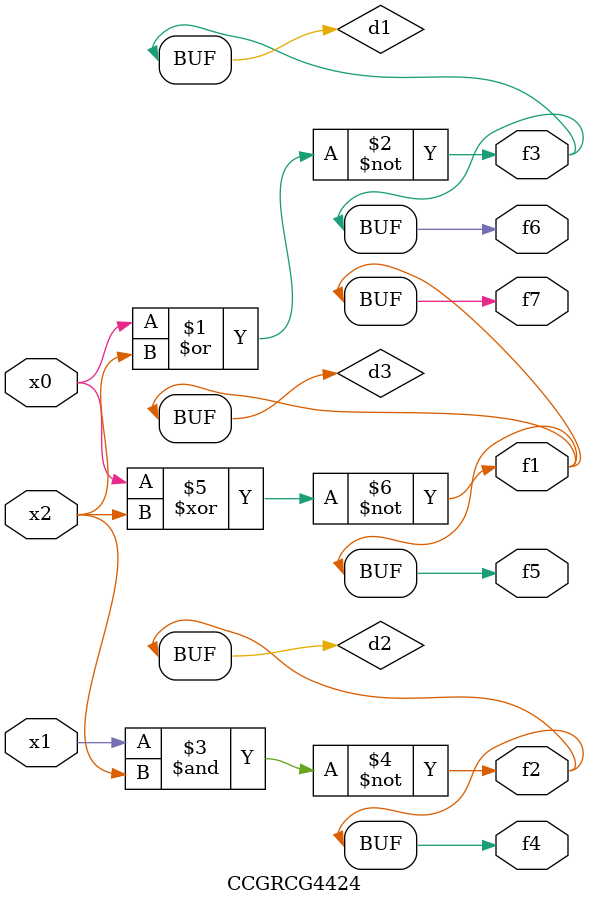
<source format=v>
module CCGRCG4424(
	input x0, x1, x2,
	output f1, f2, f3, f4, f5, f6, f7
);

	wire d1, d2, d3;

	nor (d1, x0, x2);
	nand (d2, x1, x2);
	xnor (d3, x0, x2);
	assign f1 = d3;
	assign f2 = d2;
	assign f3 = d1;
	assign f4 = d2;
	assign f5 = d3;
	assign f6 = d1;
	assign f7 = d3;
endmodule

</source>
